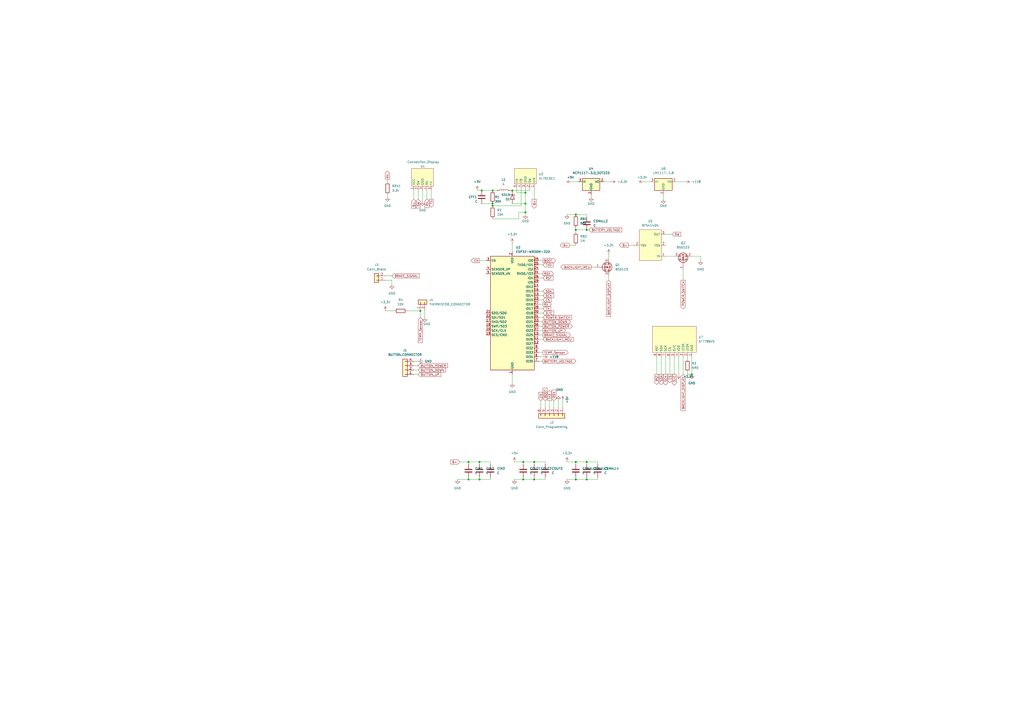
<source format=kicad_sch>
(kicad_sch (version 20230121) (generator eeschema)
  (paper "A2")
  (lib_symbols
    (symbol "Connector_Generic:Conn_01x02" (pin_names (offset 1.016) hide)
      (property "Reference" "J" (at 0 2.54 0))
      (property "Value" "Conn_01x02" (at 0 -5.08 0))
      (symbol "Conn_01x02_1_1"
        (rectangle (start -1.27 -2.413) (end 0 -2.667) (stroke (width 0.1524)))
        (rectangle (start -1.27 0.127) (end 0 -0.127) (stroke (width 0.1524)))
        (rectangle (start -1.27 1.27) (end 1.27 -3.81) (stroke (width 0.254)) (fill (type background)))
        (pin passive line (at -5.08 0 0) (length 3.81) (name "Pin_1") (number "1"))
        (pin passive line (at -5.08 -2.54 0) (length 3.81) (name "Pin_2") (number "2"))
      )
    )
    (symbol "Connector_Generic:Conn_01x04" (pin_names (offset 1.016) hide)
      (property "Reference" "J" (at 0 5.08 0))
      (property "Value" "Conn_01x04" (at 0 -7.62 0))
      (symbol "Conn_01x04_1_1"
        (rectangle (start -1.27 -4.953) (end 0 -5.207) (stroke (width 0.1524)))
        (rectangle (start -1.27 -2.413) (end 0 -2.667) (stroke (width 0.1524)))
        (rectangle (start -1.27 0.127) (end 0 -0.127) (stroke (width 0.1524)))
        (rectangle (start -1.27 2.667) (end 0 2.413) (stroke (width 0.1524)))
        (rectangle (start -1.27 3.81) (end 1.27 -6.35) (stroke (width 0.254)) (fill (type background)))
        (pin passive line (at -5.08 2.54 0) (length 3.81) (name "Pin_1") (number "1"))
        (pin passive line (at -5.08 0 0) (length 3.81) (name "Pin_2") (number "2"))
        (pin passive line (at -5.08 -2.54 0) (length 3.81) (name "Pin_3") (number "3"))
        (pin passive line (at -5.08 -5.08 0) (length 3.81) (name "Pin_4") (number "4"))
      )
    )
    (symbol "Connector_Generic:Conn_01x06" (pin_names (offset 1.016) hide)
      (property "Reference" "J" (at 0 7.62 0))
      (property "Value" "Conn_01x06" (at 0 -10.16 0))
      (symbol "Conn_01x06_1_1"
        (rectangle (start -1.27 -7.493) (end 0 -7.747) (stroke (width 0.1524)))
        (rectangle (start -1.27 -4.953) (end 0 -5.207) (stroke (width 0.1524)))
        (rectangle (start -1.27 -2.413) (end 0 -2.667) (stroke (width 0.1524)))
        (rectangle (start -1.27 0.127) (end 0 -0.127) (stroke (width 0.1524)))
        (rectangle (start -1.27 2.667) (end 0 2.413) (stroke (width 0.1524)))
        (rectangle (start -1.27 5.207) (end 0 4.953) (stroke (width 0.1524)))
        (rectangle (start -1.27 6.35) (end 1.27 -8.89) (stroke (width 0.254)) (fill (type background)))
        (pin passive line (at -5.08 5.08 0) (length 3.81) (name "Pin_1") (number "1"))
        (pin passive line (at -5.08 2.54 0) (length 3.81) (name "Pin_2") (number "2"))
        (pin passive line (at -5.08 0 0) (length 3.81) (name "Pin_3") (number "3"))
        (pin passive line (at -5.08 -2.54 0) (length 3.81) (name "Pin_4") (number "4"))
        (pin passive line (at -5.08 -5.08 0) (length 3.81) (name "Pin_5") (number "5"))
        (pin passive line (at -5.08 -7.62 0) (length 3.81) (name "Pin_6") (number "6"))
      )
    )
    (symbol "Device:C" (pin_numbers hide) (pin_names (offset 0.254))
      (property "Reference" "C" (at 0.635 2.54 0))
      (property "Value" "C" (at 0.635 -2.54 0))
      (symbol "C_0_1"
        (polyline (pts (xy -2.032 -0.762) (xy 2.032 -0.762)) (stroke (width 0.508)))
        (polyline (pts (xy -2.032 0.762) (xy 2.032 0.762)) (stroke (width 0.508)))
      )
      (symbol "C_1_1"
        (pin passive line (at 0 3.81 270) (length 2.794) (name "~") (number "1"))
        (pin passive line (at 0 -3.81 90) (length 2.794) (name "~") (number "2"))
      )
    )
    (symbol "Device:L" (pin_numbers hide) (pin_names (offset 1.016) hide)
      (property "Reference" "L" (at -1.27 0 90))
      (property "Value" "L" (at 1.905 0 90))
      (symbol "L_0_1"
        (arc (start 0 -2.54) (mid 0.6323 -1.905) (end 0 -1.27))
        (arc (start 0 -1.27) (mid 0.6323 -0.635) (end 0 0))
        (arc (start 0 0) (mid 0.6323 0.635) (end 0 1.27))
        (arc (start 0 1.27) (mid 0.6323 1.905) (end 0 2.54))
      )
      (symbol "L_1_1"
        (pin passive line (at 0 3.81 270) (length 1.27) (name "1") (number "1"))
        (pin passive line (at 0 -3.81 90) (length 1.27) (name "2") (number "2"))
      )
    )
    (symbol "Device:R" (pin_numbers hide) (pin_names (offset 0))
      (property "Reference" "R" (at 2.032 0 90))
      (property "Value" "R" (at 0 0 90))
      (symbol "R_0_1"
        (rectangle (start -1.016 -2.54) (end 1.016 2.54) (stroke (width 0.254)))
      )
      (symbol "R_1_1"
        (pin passive line (at 0 3.81 270) (length 1.27) (name "~") (number "1"))
        (pin passive line (at 0 -3.81 90) (length 1.27) (name "~") (number "2"))
      )
    )
    (symbol "Diode:1.5KExxA" (pin_numbers hide) (pin_names (offset 1.016) hide)
      (property "Reference" "D" (at 0 2.54 0))
      (property "Value" "1.5KExxA" (at 0 -2.54 0))
      (symbol "1.5KExxA_0_1"
        (polyline (pts (xy -0.762 1.27) (xy -1.27 1.27) (xy -1.27 -1.27)) (stroke (width 0.254)))
        (polyline (pts (xy 1.27 1.27) (xy 1.27 -1.27) (xy -1.27 0) (xy 1.27 1.27)) (stroke (width 0.254)))
      )
      (symbol "1.5KExxA_1_1"
        (pin passive line (at -3.81 0 0) (length 2.54) (name "A1") (number "1"))
        (pin passive line (at 3.81 0 180) (length 2.54) (name "A2") (number "2"))
      )
    )
    (symbol "KT_Display:BTS4140N"
      (property "Reference" "U" (at 0 2.54 0))
      (property "Value" "BTS4140N" (at 0 1.27 0))
      (symbol "BTS4140N_0_1"
        (rectangle (start 8.89 -5.08) (end -8.89 7.62) (fill (type background)))
      )
      (symbol "BTS4140N_1_1"
        (pin input line (at -6.35 -7.62 90) (length 2.54) (name "IN") (number "1"))
        (pin input line (at 0 -7.62 90) (length 2.54) (name "Vbb") (number "2"))
        (pin input line (at 0 10.16 270) (length 2.54) (name "Vbb") (number "2"))
        (pin output line (at 6.35 -7.62 90) (length 2.54) (name "OUT") (number "3"))
      )
    )
    (symbol "KT_Display:Connection_Display"
      (property "Reference" "U" (at 0 6.35 0))
      (property "Value" "Connection_Display" (at -1.27 8.89 0))
      (symbol "Connection_Display_0_1"
        (rectangle (start -6.35 5.08) (end 6.35 -5.08) (fill (type background)))
      )
      (symbol "Connection_Display_1_1"
        (pin output line (at -5.08 -7.62 90) (length 2.54) (name "VCC") (number "1"))
        (pin input line (at -2.54 -7.62 90) (length 2.54) (name "SW") (number "2"))
        (pin bidirectional line (at 0 -7.62 90) (length 2.54) (name "GND") (number "3"))
        (pin output line (at 2.54 -7.62 90) (length 2.54) (name "RX") (number "4"))
        (pin input line (at 5.08 -7.62 90) (length 2.54) (name "TX") (number "5"))
      )
    )
    (symbol "KT_Display:XL7015E1"
      (property "Reference" "U" (at -3.81 1.27 0))
      (property "Value" "XL7015E1" (at 1.27 3.81 0))
      (symbol "XL7015E1_0_1"
        (rectangle (start -5.08 5.08) (end 7.62 -3.81) (fill (type background)))
      )
      (symbol "XL7015E1_1_1"
        (pin bidirectional line (at 6.35 -6.35 90) (length 2.54) (name "VIN") (number "1"))
        (pin bidirectional line (at 3.81 -6.35 90) (length 2.54) (name "SW") (number "2"))
        (pin bidirectional line (at 1.27 -6.35 90) (length 2.54) (name "GND") (number "3"))
        (pin bidirectional line (at -1.27 -6.35 90) (length 2.54) (name "FB") (number "4"))
        (pin bidirectional line (at -3.81 -6.35 90) (length 2.54) (name "EN") (number "5"))
      )
    )
    (symbol "OSKD:ST7789VS"
      (property "Reference" "U" (at 0 2.54 0))
      (property "Value" "ST7789VS" (at 0 0 0))
      (symbol "ST7789VS_0_1"
        (rectangle (start -12.7 -2.54) (end 12.7 -17.78) (fill (type background)))
      )
      (symbol "ST7789VS_1_1"
        (pin input line (at 10.16 -20.32 90) (length 2.54) (name "GND") (number "1"))
        (pin input line (at 7.62 -20.32 90) (length 2.54) (name "LEDK") (number "2"))
        (pin input line (at 5.08 -20.32 90) (length 2.54) (name "LEDA") (number "3"))
        (pin input line (at 2.54 -20.32 90) (length 2.54) (name "VDD") (number "4"))
        (pin input line (at 0 -20.32 90) (length 2.54) (name "D/C") (number "5"))
        (pin input line (at -2.54 -20.32 90) (length 2.54) (name "CS") (number "6"))
        (pin input line (at -5.08 -20.32 90) (length 2.54) (name "SCK") (number "7"))
        (pin input line (at -7.62 -20.32 90) (length 2.54) (name "SDA") (number "8"))
        (pin input line (at -10.16 -20.32 90) (length 2.54) (name "RST") (number "9"))
      )
    )
    (symbol "RF_Module:ESP32-WROOM-32D"
      (property "Reference" "U" (at -12.7 34.29 0))
      (property "Value" "ESP32-WROOM-32D" (at 1.27 34.29 0))
      (symbol "ESP32-WROOM-32D_0_1"
        (rectangle (start -12.7 33.02) (end 12.7 -33.02) (stroke (width 0.254)) (fill (type background)))
      )
      (symbol "ESP32-WROOM-32D_1_1"
        (pin power_in line (at 0 -35.56 90) (length 2.54) (name "GND") (number "1"))
        (pin bidirectional line (at 15.24 -12.7 180) (length 2.54) (name "IO25") (number "10"))
        (pin bidirectional line (at 15.24 -15.24 180) (length 2.54) (name "IO26") (number "11"))
        (pin bidirectional line (at 15.24 -17.78 180) (length 2.54) (name "IO27") (number "12"))
        (pin bidirectional line (at 15.24 10.16 180) (length 2.54) (name "IO14") (number "13"))
        (pin bidirectional line (at 15.24 15.24 180) (length 2.54) (name "IO12") (number "14"))
        (pin passive line (at 0 -35.56 90) (length 2.54) hide (name "GND") (number "15"))
        (pin bidirectional line (at 15.24 12.7 180) (length 2.54) (name "IO13") (number "16"))
        (pin bidirectional line (at -15.24 -5.08 0) (length 2.54) (name "SHD/SD2") (number "17"))
        (pin bidirectional line (at -15.24 -7.62 0) (length 2.54) (name "SWP/SD3") (number "18"))
        (pin bidirectional line (at -15.24 -12.7 0) (length 2.54) (name "SCS/CMD") (number "19"))
        (pin power_in line (at 0 35.56 270) (length 2.54) (name "VDD") (number "2"))
        (pin bidirectional line (at -15.24 -10.16 0) (length 2.54) (name "SCK/CLK") (number "20"))
        (pin bidirectional line (at -15.24 0 0) (length 2.54) (name "SDO/SD0") (number "21"))
        (pin bidirectional line (at -15.24 -2.54 0) (length 2.54) (name "SDI/SD1") (number "22"))
        (pin bidirectional line (at 15.24 7.62 180) (length 2.54) (name "IO15") (number "23"))
        (pin bidirectional line (at 15.24 25.4 180) (length 2.54) (name "IO2") (number "24"))
        (pin bidirectional line (at 15.24 30.48 180) (length 2.54) (name "IO0") (number "25"))
        (pin bidirectional line (at 15.24 20.32 180) (length 2.54) (name "IO4") (number "26"))
        (pin bidirectional line (at 15.24 5.08 180) (length 2.54) (name "IO16") (number "27"))
        (pin bidirectional line (at 15.24 2.54 180) (length 2.54) (name "IO17") (number "28"))
        (pin bidirectional line (at 15.24 17.78 180) (length 2.54) (name "IO5") (number "29"))
        (pin input line (at -15.24 30.48 0) (length 2.54) (name "EN") (number "3"))
        (pin bidirectional line (at 15.24 0 180) (length 2.54) (name "IO18") (number "30"))
        (pin bidirectional line (at 15.24 -2.54 180) (length 2.54) (name "IO19") (number "31"))
        (pin no_connect line (at -12.7 -27.94 0) (length 2.54) hide (name "NC") (number "32"))
        (pin bidirectional line (at 15.24 -5.08 180) (length 2.54) (name "IO21") (number "33"))
        (pin bidirectional line (at 15.24 22.86 180) (length 2.54) (name "RXD0/IO3") (number "34"))
        (pin bidirectional line (at 15.24 27.94 180) (length 2.54) (name "TXD0/IO1") (number "35"))
        (pin bidirectional line (at 15.24 -7.62 180) (length 2.54) (name "IO22") (number "36"))
        (pin bidirectional line (at 15.24 -10.16 180) (length 2.54) (name "IO23") (number "37"))
        (pin passive line (at 0 -35.56 90) (length 2.54) hide (name "GND") (number "38"))
        (pin passive line (at 0 -35.56 90) (length 2.54) hide (name "GND") (number "39"))
        (pin input line (at -15.24 25.4 0) (length 2.54) (name "SENSOR_VP") (number "4"))
        (pin input line (at -15.24 22.86 0) (length 2.54) (name "SENSOR_VN") (number "5"))
        (pin input line (at 15.24 -25.4 180) (length 2.54) (name "IO34") (number "6"))
        (pin input line (at 15.24 -27.94 180) (length 2.54) (name "IO35") (number "7"))
        (pin bidirectional line (at 15.24 -20.32 180) (length 2.54) (name "IO32") (number "8"))
        (pin bidirectional line (at 15.24 -22.86 180) (length 2.54) (name "IO33") (number "9"))
      )
    )
    (symbol "Regulator_Linear:LM1117-1.8" (pin_names (offset 0.254))
      (property "Reference" "U" (at -3.81 3.175 0))
      (property "Value" "LM1117-1.8" (at 0 3.175 0))
      (symbol "LM1117-1.8_0_1"
        (rectangle (start -5.08 -5.08) (end 5.08 1.905) (stroke (width 0.254)) (fill (type background)))
      )
      (symbol "LM1117-1.8_1_1"
        (pin power_in line (at 0 -7.62 90) (length 2.54) (name "GND") (number "1"))
        (pin power_out line (at 7.62 0 180) (length 2.54) (name "VO") (number "2"))
        (pin power_in line (at -7.62 0 0) (length 2.54) (name "VI") (number "3"))
      )
    )
    (symbol "Regulator_Linear:NCP1117-3.3_SOT223" (pin_names (offset 0.254))
      (property "Reference" "U" (at -3.81 3.175 0))
      (property "Value" "NCP1117-3.3_SOT223" (at 0 3.175 0))
      (symbol "NCP1117-3.3_SOT223_0_1"
        (rectangle (start -5.08 -5.08) (end 5.08 1.905) (stroke (width 0.254)) (fill (type background)))
      )
      (symbol "NCP1117-3.3_SOT223_1_1"
        (pin power_in line (at 0 -7.62 90) (length 2.54) (name "GND") (number "1"))
        (pin power_out line (at 7.62 0 180) (length 2.54) (name "VO") (number "2"))
        (pin power_in line (at -7.62 0 0) (length 2.54) (name "VI") (number "3"))
      )
    )
    (symbol "Transistor_FET:BSS123" (pin_names hide)
      (property "Reference" "Q" (at 5.08 1.905 0))
      (property "Value" "BSS123" (at 5.08 0 0))
      (symbol "BSS123_0_1"
        (polyline (pts (xy 0.254 0) (xy -2.54 0)))
        (polyline (pts (xy 0.254 1.905) (xy 0.254 -1.905)) (stroke (width 0.254)))
        (polyline (pts (xy 0.762 -1.27) (xy 0.762 -2.286)) (stroke (width 0.254)))
        (polyline (pts (xy 0.762 0.508) (xy 0.762 -0.508)) (stroke (width 0.254)))
        (polyline (pts (xy 0.762 2.286) (xy 0.762 1.27)) (stroke (width 0.254)))
        (polyline (pts (xy 2.54 2.54) (xy 2.54 1.778)))
        (polyline (pts (xy 2.54 -2.54) (xy 2.54 0) (xy 0.762 0)))
        (polyline (pts (xy 0.762 -1.778) (xy 3.302 -1.778) (xy 3.302 1.778) (xy 0.762 1.778)))
        (polyline (pts (xy 1.016 0) (xy 2.032 0.381) (xy 2.032 -0.381) (xy 1.016 0)) (fill (type outline)))
        (polyline (pts (xy 2.794 0.508) (xy 2.921 0.381) (xy 3.683 0.381) (xy 3.81 0.254)))
        (polyline (pts (xy 3.302 0.381) (xy 2.921 -0.254) (xy 3.683 -0.254) (xy 3.302 0.381)))
        (circle (center 1.651 0) (radius 2.794) (stroke (width 0.254)))
        (circle (center 2.54 -1.778) (radius 0.254) (fill (type outline)))
        (circle (center 2.54 1.778) (radius 0.254) (fill (type outline)))
      )
      (symbol "BSS123_1_1"
        (pin input line (at -5.08 0 0) (length 2.54) (name "G") (number "1"))
        (pin passive line (at 2.54 -5.08 90) (length 2.54) (name "S") (number "2"))
        (pin passive line (at 2.54 5.08 270) (length 2.54) (name "D") (number "3"))
      )
    )
    (symbol "power:+1V8" (power) (pin_names (offset 0))
      (property "Value" "+1V8" (at 0 3.556 0))
      (symbol "+1V8_0_1"
        (polyline (pts (xy -0.762 1.27) (xy 0 2.54)))
        (polyline (pts (xy 0 0) (xy 0 2.54)))
        (polyline (pts (xy 0 2.54) (xy 0.762 1.27)))
      )
      (symbol "+1V8_1_1"
        (pin power_in line (at 0 0 90) (length 0) hide (name "+1V8") (number "1"))
      )
    )
    (symbol "power:+3.3V" (power) (pin_names (offset 0))
      (property "Value" "+3.3V" (at 0 3.556 0))
      (symbol "+3.3V_0_1"
        (polyline (pts (xy -0.762 1.27) (xy 0 2.54)))
        (polyline (pts (xy 0 0) (xy 0 2.54)))
        (polyline (pts (xy 0 2.54) (xy 0.762 1.27)))
      )
      (symbol "+3.3V_1_1"
        (pin power_in line (at 0 0 90) (length 0) hide (name "+3.3V") (number "1"))
      )
    )
    (symbol "power:+5V" (power) (pin_names (offset 0))
      (property "Value" "+5V" (at 0 3.556 0))
      (symbol "+5V_0_1"
        (polyline (pts (xy -0.762 1.27) (xy 0 2.54)))
        (polyline (pts (xy 0 0) (xy 0 2.54)))
        (polyline (pts (xy 0 2.54) (xy 0.762 1.27)))
      )
      (symbol "+5V_1_1"
        (pin power_in line (at 0 0 90) (length 0) hide (name "+5V") (number "1"))
      )
    )
    (symbol "power:GND" (power) (pin_names (offset 0))
      (property "Value" "GND" (at 0 -3.81 0))
      (symbol "GND_0_1"
        (polyline (pts (xy 0 0) (xy 0 -1.27) (xy 1.27 -1.27) (xy 0 -2.54) (xy -1.27 -1.27) (xy 0 -1.27)))
      )
      (symbol "GND_1_1"
        (pin power_in line (at 0 0 270) (length 0) hide (name "GND") (number "1"))
      )
    )
  )
  (junction (at 297.18 110.49))
  (junction (at 334.01 124.46))
  (junction (at 303.53 267.97))
  (junction (at 334.01 267.97))
  (junction (at 340.36 133.35))
  (junction (at 340.36 278.13))
  (junction (at 309.88 278.13))
  (junction (at 309.88 267.97))
  (junction (at 334.01 278.13))
  (junction (at 340.36 267.97))
  (junction (at 303.53 278.13))
  (junction (at 243.84 180.34))
  (junction (at 304.8 123.19))
  (junction (at 271.78 267.97))
  (junction (at 271.78 278.13))
  (junction (at 285.75 118.11))
  (junction (at 304.8 111.76))
  (junction (at 401.32 217.17))
  (junction (at 334.01 133.35))
  (junction (at 278.13 278.13))
  (junction (at 304.8 118.11))
  (junction (at 285.75 119.38))
  (junction (at 278.13 267.97))
  (junction (at 285.75 110.49))
  (junction (at 279.4 110.49))
  (wire (pts (xy 391.16 207.01) (xy 391.16 217.17)))
  (wire (pts (xy 284.48 267.97) (xy 278.13 267.97)))
  (wire (pts (xy 328.93 278.13) (xy 334.01 278.13)))
  (wire (pts (xy 346.71 267.97) (xy 340.36 267.97)))
  (wire (pts (xy 246.38 180.34) (xy 246.38 184.15)))
  (wire (pts (xy 224.79 104.14) (xy 224.79 105.41)))
  (wire (pts (xy 334.01 132.08) (xy 334.01 133.35)))
  (wire (pts (xy 364.49 142.24) (xy 368.3 142.24)))
  (wire (pts (xy 313.69 232.41) (xy 313.69 236.22)))
  (wire (pts (xy 334.01 278.13) (xy 334.01 276.86)))
  (wire (pts (xy 285.75 127) (xy 300.99 127)))
  (wire (pts (xy 316.23 232.41) (xy 316.23 236.22)))
  (wire (pts (xy 242.57 110.49) (xy 242.57 115.57)))
  (wire (pts (xy 334.01 267.97) (xy 334.01 269.24)))
  (wire (pts (xy 340.36 267.97) (xy 334.01 267.97)))
  (wire (pts (xy 353.06 147.32) (xy 353.06 149.86)))
  (wire (pts (xy 396.24 207.01) (xy 396.24 217.17)))
  (wire (pts (xy 312.42 176.53) (xy 314.96 176.53)))
  (wire (pts (xy 312.42 191.77) (xy 314.96 191.77)))
  (wire (pts (xy 271.78 278.13) (xy 271.78 276.86)))
  (wire (pts (xy 383.54 207.01) (xy 383.54 217.17)))
  (wire (pts (xy 398.78 215.9) (xy 398.78 217.17)))
  (wire (pts (xy 346.71 269.24) (xy 346.71 267.97)))
  (wire (pts (xy 279.4 110.49) (xy 285.75 110.49)))
  (wire (pts (xy 243.84 180.34) (xy 243.84 184.15)))
  (wire (pts (xy 285.75 118.11) (xy 285.75 119.38)))
  (wire (pts (xy 334.01 133.35) (xy 340.36 133.35)))
  (wire (pts (xy 316.23 278.13) (xy 309.88 278.13)))
  (wire (pts (xy 316.23 276.86) (xy 316.23 278.13)))
  (wire (pts (xy 284.48 269.24) (xy 284.48 267.97)))
  (wire (pts (xy 309.88 267.97) (xy 303.53 267.97)))
  (wire (pts (xy 304.8 124.46) (xy 304.8 123.19)))
  (wire (pts (xy 323.85 232.41) (xy 323.85 236.22)))
  (wire (pts (xy 279.4 118.11) (xy 285.75 118.11)))
  (wire (pts (xy 299.72 109.22) (xy 299.72 111.76)))
  (wire (pts (xy 297.18 110.49) (xy 307.34 110.49)))
  (wire (pts (xy 304.8 118.11) (xy 304.8 111.76)))
  (wire (pts (xy 278.13 267.97) (xy 271.78 267.97)))
  (wire (pts (xy 396.24 156.21) (xy 396.24 162.56)))
  (wire (pts (xy 388.62 207.01) (xy 388.62 217.17)))
  (wire (pts (xy 299.72 111.76) (xy 304.8 111.76)))
  (wire (pts (xy 381 207.01) (xy 381 217.17)))
  (wire (pts (xy 312.42 161.29) (xy 314.96 161.29)))
  (wire (pts (xy 240.03 110.49) (xy 240.03 115.57)))
  (wire (pts (xy 285.75 110.49) (xy 288.29 110.49)))
  (wire (pts (xy 393.7 207.01) (xy 393.7 217.17)))
  (wire (pts (xy 284.48 276.86) (xy 284.48 278.13)))
  (wire (pts (xy 303.53 267.97) (xy 303.53 269.24)))
  (wire (pts (xy 278.13 151.13) (xy 281.94 151.13)))
  (wire (pts (xy 312.42 181.61) (xy 314.96 181.61)))
  (wire (pts (xy 304.8 123.19) (xy 304.8 118.11)))
  (wire (pts (xy 398.78 217.17) (xy 401.32 217.17)))
  (wire (pts (xy 240.03 217.17) (xy 242.57 217.17)))
  (wire (pts (xy 312.42 151.13) (xy 314.96 151.13)))
  (wire (pts (xy 350.52 105.41) (xy 354.33 105.41)))
  (wire (pts (xy 330.2 142.24) (xy 334.01 142.24)))
  (wire (pts (xy 285.75 119.38) (xy 302.26 119.38)))
  (wire (pts (xy 309.88 276.86) (xy 309.88 278.13)))
  (wire (pts (xy 240.03 214.63) (xy 242.57 214.63)))
  (wire (pts (xy 298.45 278.13) (xy 303.53 278.13)))
  (wire (pts (xy 304.8 109.22) (xy 304.8 111.76)))
  (wire (pts (xy 392.43 105.41) (xy 397.51 105.41)))
  (wire (pts (xy 247.65 110.49) (xy 247.65 115.57)))
  (wire (pts (xy 406.4 148.59) (xy 406.4 151.13)))
  (wire (pts (xy 353.06 160.02) (xy 353.06 162.56)))
  (wire (pts (xy 316.23 269.24) (xy 316.23 267.97)))
  (wire (pts (xy 326.39 232.41) (xy 326.39 236.22)))
  (wire (pts (xy 318.77 232.41) (xy 318.77 236.22)))
  (wire (pts (xy 340.36 133.35) (xy 341.63 133.35)))
  (wire (pts (xy 303.53 267.97) (xy 298.45 267.97)))
  (wire (pts (xy 223.52 180.34) (xy 228.6 180.34)))
  (wire (pts (xy 312.42 171.45) (xy 314.96 171.45)))
  (wire (pts (xy 328.93 124.46) (xy 334.01 124.46)))
  (wire (pts (xy 340.36 267.97) (xy 340.36 269.24)))
  (wire (pts (xy 312.42 184.15) (xy 314.96 184.15)))
  (wire (pts (xy 321.31 232.41) (xy 321.31 236.22)))
  (wire (pts (xy 309.88 109.22) (xy 309.88 115.57)))
  (wire (pts (xy 278.13 278.13) (xy 271.78 278.13)))
  (wire (pts (xy 342.9 113.03) (xy 342.9 114.3)))
  (wire (pts (xy 346.71 276.86) (xy 346.71 278.13)))
  (wire (pts (xy 223.52 162.56) (xy 227.33 162.56)))
  (wire (pts (xy 340.36 278.13) (xy 334.01 278.13)))
  (wire (pts (xy 297.18 217.17) (xy 297.18 222.25)))
  (wire (pts (xy 312.42 158.75) (xy 314.96 158.75)))
  (wire (pts (xy 302.26 119.38) (xy 302.26 109.22)))
  (wire (pts (xy 303.53 278.13) (xy 303.53 276.86)))
  (wire (pts (xy 227.33 162.56) (xy 227.33 165.1)))
  (wire (pts (xy 340.36 276.86) (xy 340.36 278.13)))
  (wire (pts (xy 300.99 123.19) (xy 304.8 123.19)))
  (wire (pts (xy 312.42 168.91) (xy 314.96 168.91)))
  (wire (pts (xy 278.13 276.86) (xy 278.13 278.13)))
  (wire (pts (xy 384.81 113.03) (xy 384.81 115.57)))
  (wire (pts (xy 331.47 105.41) (xy 335.28 105.41)))
  (wire (pts (xy 284.48 278.13) (xy 278.13 278.13)))
  (wire (pts (xy 312.42 204.47) (xy 314.96 204.47)))
  (wire (pts (xy 328.93 267.97) (xy 334.01 267.97)))
  (wire (pts (xy 297.18 118.11) (xy 304.8 118.11)))
  (wire (pts (xy 307.34 110.49) (xy 307.34 109.22)))
  (wire (pts (xy 386.08 207.01) (xy 386.08 217.17)))
  (wire (pts (xy 297.18 140.97) (xy 297.18 146.05)))
  (wire (pts (xy 295.91 110.49) (xy 297.18 110.49)))
  (wire (pts (xy 401.32 207.01) (xy 401.32 217.17)))
  (wire (pts (xy 312.42 207.01) (xy 314.96 207.01)))
  (wire (pts (xy 386.08 148.59) (xy 391.16 148.59)))
  (wire (pts (xy 373.38 105.41) (xy 377.19 105.41)))
  (wire (pts (xy 265.43 278.13) (xy 271.78 278.13)))
  (wire (pts (xy 312.42 209.55) (xy 314.96 209.55)))
  (wire (pts (xy 236.22 180.34) (xy 243.84 180.34)))
  (wire (pts (xy 223.52 160.02) (xy 227.33 160.02)))
  (wire (pts (xy 386.08 135.89) (xy 389.89 135.89)))
  (wire (pts (xy 312.42 196.85) (xy 314.96 196.85)))
  (wire (pts (xy 278.13 267.97) (xy 278.13 269.24)))
  (wire (pts (xy 340.36 125.73) (xy 340.36 124.46)))
  (wire (pts (xy 316.23 267.97) (xy 309.88 267.97)))
  (wire (pts (xy 240.03 212.09) (xy 242.57 212.09)))
  (wire (pts (xy 266.7 267.97) (xy 271.78 267.97)))
  (wire (pts (xy 250.19 110.49) (xy 250.19 115.57)))
  (wire (pts (xy 240.03 209.55) (xy 242.57 209.55)))
  (wire (pts (xy 340.36 124.46) (xy 334.01 124.46)))
  (wire (pts (xy 342.9 154.94) (xy 345.44 154.94)))
  (wire (pts (xy 312.42 194.31) (xy 314.96 194.31)))
  (wire (pts (xy 312.42 186.69) (xy 314.96 186.69)))
  (wire (pts (xy 398.78 207.01) (xy 398.78 208.28)))
  (wire (pts (xy 312.42 179.07) (xy 314.96 179.07)))
  (wire (pts (xy 300.99 127) (xy 300.99 123.19)))
  (wire (pts (xy 401.32 148.59) (xy 406.4 148.59)))
  (wire (pts (xy 309.88 267.97) (xy 309.88 269.24)))
  (wire (pts (xy 245.11 110.49) (xy 245.11 116.84)))
  (wire (pts (xy 346.71 278.13) (xy 340.36 278.13)))
  (wire (pts (xy 334.01 133.35) (xy 334.01 134.62)))
  (wire (pts (xy 312.42 173.99) (xy 314.96 173.99)))
  (wire (pts (xy 276.86 110.49) (xy 279.4 110.49)))
  (wire (pts (xy 224.79 114.3) (xy 224.79 113.03)))
  (wire (pts (xy 309.88 278.13) (xy 303.53 278.13)))
  (wire (pts (xy 271.78 267.97) (xy 271.78 269.24)))
  (wire (pts (xy 312.42 153.67) (xy 314.96 153.67)))
  (wire (pts (xy 312.42 189.23) (xy 314.96 189.23)))
  (global_label "TXD" (shape input) (at 314.96 153.67 0) (property "Intersheetrefs" "${INTERSHEET_REFS}" (effects hide)))
  (global_label "CS" (shape input) (at 314.96 173.99 0) (property "Intersheetrefs" "${INTERSHEET_REFS}" (effects hide)))
  (global_label "SCK" (shape input) (at 314.96 171.45 0) (property "Intersheetrefs" "${INTERSHEET_REFS}" (effects hide)))
  (global_label "BOOT" (shape input) (at 316.23 232.41 90) (property "Intersheetrefs" "${INTERSHEET_REFS}" (effects hide)))
  (global_label "RDX" (shape output) (at 314.96 158.75 0) (property "Intersheetrefs" "${INTERSHEET_REFS}" (effects hide)))
  (global_label "B+" (shape output) (at 330.2 142.24 180) (property "Intersheetrefs" "${INTERSHEET_REFS}" (effects hide)))
  (global_label "BUTTON_UP" (shape output) (at 314.96 191.77 0) (property "Intersheetrefs" "${INTERSHEET_REFS}" (effects hide)))
  (global_label "RST" (shape input) (at 314.96 161.29 0) (property "Intersheetrefs" "${INTERSHEET_REFS}" (effects hide)))
  (global_label "BATTERY_VOLTAGE" (shape output) (at 314.96 209.55 0) (property "Intersheetrefs" "${INTERSHEET_REFS}" (effects hide)))
  (global_label "BUTTON_POWER" (shape output) (at 314.96 189.23 0) (property "Intersheetrefs" "${INTERSHEET_REFS}" (effects hide)))
  (global_label "SW" (shape input) (at 389.89 135.89 0) (property "Intersheetrefs" "${INTERSHEET_REFS}" (effects hide)))
  (global_label "TX" (shape input) (at 314.96 179.07 0) (property "Intersheetrefs" "${INTERSHEET_REFS}" (effects hide)))
  (global_label "BACKLIGHT_DISPLAY" (shape input) (at 396.24 217.17 270) (property "Intersheetrefs" "${INTERSHEET_REFS}" (effects hide)))
  (global_label "B+" (shape input) (at 240.03 115.57 270) (property "Intersheetrefs" "${INTERSHEET_REFS}" (effects hide)))
  (global_label "TEMP_Sensor" (shape input) (at 243.84 184.15 270) (property "Intersheetrefs" "${INTERSHEET_REFS}" (effects hide)))
  (global_label "POWER_SWITCH" (shape input) (at 314.96 184.15 0) (property "Intersheetrefs" "${INTERSHEET_REFS}" (effects hide)))
  (global_label "BATTERY_VOLTAGE" (shape input) (at 341.63 133.35 0) (property "Intersheetrefs" "${INTERSHEET_REFS}" (effects hide)))
  (global_label "B+" (shape output) (at 309.88 115.57 270) (property "Intersheetrefs" "${INTERSHEET_REFS}" (effects hide)))
  (global_label "BACKLIGHT_MCU" (shape output) (at 342.9 154.94 180) (property "Intersheetrefs" "${INTERSHEET_REFS}" (effects hide)))
  (global_label "TXD" (shape output) (at 318.77 232.41 90) (property "Intersheetrefs" "${INTERSHEET_REFS}" (effects hide)))
  (global_label "BOOT" (shape output) (at 314.96 151.13 0) (property "Intersheetrefs" "${INTERSHEET_REFS}" (effects hide)))
  (global_label "RST" (shape output) (at 381 217.17 270) (property "Intersheetrefs" "${INTERSHEET_REFS}" (effects hide)))
  (global_label "BRAKE_SIGNAL" (shape output) (at 314.96 194.31 0) (property "Intersheetrefs" "${INTERSHEET_REFS}" (effects hide)))
  (global_label "D{slash}C" (shape output) (at 391.16 217.17 270) (property "Intersheetrefs" "${INTERSHEET_REFS}" (effects hide)))
  (global_label "BUTTON_POWER" (shape input) (at 242.57 212.09 0) (property "Intersheetrefs" "${INTERSHEET_REFS}" (effects hide)))
  (global_label "RX" (shape output) (at 224.79 104.14 90) (property "Intersheetrefs" "${INTERSHEET_REFS}" (effects hide)))
  (global_label "TEMP_Sensor" (shape output) (at 314.96 204.47 0) (property "Intersheetrefs" "${INTERSHEET_REFS}" (effects hide)))
  (global_label "BUTTON_DOWN" (shape output) (at 314.96 186.69 0) (property "Intersheetrefs" "${INTERSHEET_REFS}" (effects hide)))
  (global_label "BRAKE_SIGNAL" (shape input) (at 227.33 160.02 0) (property "Intersheetrefs" "${INTERSHEET_REFS}" (effects hide)))
  (global_label "D{slash}C" (shape input) (at 314.96 181.61 0) (property "Intersheetrefs" "${INTERSHEET_REFS}" (effects hide)))
  (global_label "SDA" (shape output) (at 383.54 217.17 270) (property "Intersheetrefs" "${INTERSHEET_REFS}" (effects hide)))
  (global_label "SCK" (shape output) (at 386.08 217.17 270) (property "Intersheetrefs" "${INTERSHEET_REFS}" (effects hide)))
  (global_label "POWER_SWITCH" (shape output) (at 396.24 162.56 270) (property "Intersheetrefs" "${INTERSHEET_REFS}" (effects hide)))
  (global_label "BACKLIGHT_DISPLAY" (shape input) (at 353.06 162.56 270) (property "Intersheetrefs" "${INTERSHEET_REFS}" (effects hide)))
  (global_label "BUTTON_DOWN" (shape input) (at 242.57 214.63 0) (property "Intersheetrefs" "${INTERSHEET_REFS}" (effects hide)))
  (global_label "B+" (shape input) (at 266.7 267.97 180) (property "Intersheetrefs" "${INTERSHEET_REFS}" (effects hide)))
  (global_label "SDA" (shape input) (at 314.96 168.91 0) (property "Intersheetrefs" "${INTERSHEET_REFS}" (effects hide)))
  (global_label "B+" (shape output) (at 364.49 142.24 180) (property "Intersheetrefs" "${INTERSHEET_REFS}" (effects hide)))
  (global_label "EN" (shape input) (at 313.69 232.41 90) (property "Intersheetrefs" "${INTERSHEET_REFS}" (effects hide)))
  (global_label "TX" (shape output) (at 250.19 115.57 270) (property "Intersheetrefs" "${INTERSHEET_REFS}" (effects hide)))
  (global_label "RX" (shape input) (at 247.65 115.57 270) (property "Intersheetrefs" "${INTERSHEET_REFS}" (effects hide)))
  (global_label "BACKLIGHT_MCU" (shape input) (at 314.96 196.85 0) (property "Intersheetrefs" "${INTERSHEET_REFS}" (effects hide)))
  (global_label "CS" (shape output) (at 388.62 217.17 270) (property "Intersheetrefs" "${INTERSHEET_REFS}" (effects hide)))
  (global_label "SW" (shape input) (at 242.57 115.57 270) (property "Intersheetrefs" "${INTERSHEET_REFS}" (effects hide)))
  (global_label "EN" (shape output) (at 278.13 151.13 180) (property "Intersheetrefs" "${INTERSHEET_REFS}" (effects hide)))
  (global_label "RDX" (shape input) (at 321.31 232.41 90) (property "Intersheetrefs" "${INTERSHEET_REFS}" (effects hide)))
  (global_label "RX" (shape output) (at 314.96 176.53 0) (property "Intersheetrefs" "${INTERSHEET_REFS}" (effects hide)))
  (global_label "BUTTON_UP" (shape input) (at 242.57 217.17 0) (property "Intersheetrefs" "${INTERSHEET_REFS}" (effects hide)))
  (symbol (lib_id "power:GND") (at 242.57 209.55 90) (unit 1)
    (property "Reference" "#PWR02" (effects hide))
    (property "Value" "GND" (at 246.38 209.5499 90) (effects (justify right)))
  )
  (symbol (lib_id "power:+3.3V") (at 393.7 217.17 180) (unit 1)
    (property "Reference" "#PWR023" (effects hide))
    (property "Value" "+3.3V" (at 396.24 218.4399 0) (effects (justify right)))
  )
  (symbol (lib_id "power:GND") (at 328.93 124.46 0) (unit 1)
    (property "Reference" "#PWR014" (effects hide))
    (property "Value" "GND" (at 328.93 129.54 0))
  )
  (symbol (lib_id "power:GND") (at 384.81 115.57 0) (unit 1)
    (property "Reference" "#PWR022" (effects hide))
    (property "Value" "GND" (at 384.81 119.38 0))
  )
  (symbol (lib_id "Device:C") (at 309.88 273.05 0) (unit 1)
    (property "Reference" "COUT2" (at 313.69 271.7799 0) (effects (justify left)))
    (property "Value" "C" (at 313.69 274.3199 0) (effects (justify left)))
    (property "Footprint" "Capacitor_SMD:C_1210_3225Metric_Pad1.33x2.70mm_HandSolder" (effects hide))
  )
  (symbol (lib_id "Device:C") (at 284.48 273.05 0) (unit 1)
    (property "Reference" "CIN3" (at 288.29 271.7799 0) (effects (justify left)))
    (property "Value" "C" (at 288.29 274.3199 0) (effects (justify left)))
    (property "Footprint" "Capacitor_SMD:C_1210_3225Metric_Pad1.33x2.70mm_HandSolder" (effects hide))
  )
  (symbol (lib_id "Device:R") (at 224.79 109.22 0) (unit 1)
    (property "Reference" "RRX1" (at 227.33 107.9499 0) (effects (justify left)))
    (property "Value" "3.3k" (at 227.33 110.4899 0) (effects (justify left)))
    (property "Footprint" "Resistor_SMD:R_1206_3216Metric_Pad1.30x1.75mm_HandSolder" (effects hide))
  )
  (symbol (lib_id "Connector_Generic:Conn_01x02") (at 218.44 162.56 180) (unit 1)
    (property "Reference" "J3" (at 218.44 153.67 0))
    (property "Value" "Conn_Brake" (at 218.44 156.21 0))
    (property "Footprint" "Connector_Wire:SolderWire-0.25sqmm_1x02_P4.5mm_D0.65mm_OD2mm" (effects hide))
  )
  (symbol (lib_id "power:+3.3V") (at 354.33 105.41 270) (unit 1)
    (property "Reference" "#PWR020" (effects hide))
    (property "Value" "+3.3V" (at 358.14 105.4099 90) (effects (justify left)))
  )
  (symbol (lib_id "Device:C") (at 271.78 273.05 0) (unit 1)
    (property "Reference" "CIN1" (at 275.59 271.7799 0) (effects (justify left)))
    (property "Value" "C" (at 275.59 274.3199 0) (effects (justify left)))
    (property "Footprint" "Capacitor_SMD:C_1210_3225Metric_Pad1.33x2.70mm_HandSolder" (effects hide))
  )
  (symbol (lib_id "power:GND") (at 328.93 278.13 0) (unit 1)
    (property "Reference" "#PWR016" (effects hide))
    (property "Value" "GND" (at 328.93 283.21 0))
  )
  (symbol (lib_id "power:GND") (at 265.43 278.13 0) (unit 1)
    (property "Reference" "#PWR04" (effects hide))
    (property "Value" "GND" (at 265.43 283.21 0))
  )
  (symbol (lib_id "Device:C") (at 340.36 273.05 0) (unit 1)
    (property "Reference" "CSMALL3" (at 344.17 271.7799 0) (effects (justify left)))
    (property "Value" "C" (at 344.17 274.3199 0) (effects (justify left)))
    (property "Footprint" "Capacitor_SMD:C_1206_3216Metric" (effects hide))
  )
  (symbol (lib_id "Device:C") (at 334.01 273.05 0) (unit 1)
    (property "Reference" "CSMALL1" (at 337.82 271.7799 0) (effects (justify left)))
    (property "Value" "C" (at 337.82 274.3199 0) (effects (justify left)))
    (property "Footprint" "Capacitor_SMD:C_1206_3216Metric" (effects hide))
  )
  (symbol (lib_id "power:+3.3V") (at 353.06 147.32 0) (unit 1)
    (property "Reference" "#PWR019" (effects hide))
    (property "Value" "+3.3V" (at 353.06 142.24 0))
  )
  (symbol (lib_id "power:GND") (at 297.18 222.25 0) (unit 1)
    (property "Reference" "#PWR07" (effects hide))
    (property "Value" "GND" (at 297.18 227.33 0))
  )
  (symbol (lib_id "power:GND") (at 224.79 114.3 0) (unit 1)
    (property "Reference" "#PWR01" (effects hide))
    (property "Value" "GND" (at 224.79 119.38 0))
  )
  (symbol (lib_id "KT_Display:BTS4140N") (at 378.46 142.24 90) (unit 1)
    (property "Reference" "U5" (at 377.19 128.27 90))
    (property "Value" "BTS4140N" (at 377.19 130.81 90))
    (property "Footprint" "Package_TO_SOT_SMD:SOT-223-3_TabPin2" (effects hide))
  )
  (symbol (lib_id "power:GND") (at 227.33 165.1 0) (unit 1)
    (property "Reference" "#PWR027" (effects hide))
    (property "Value" "GND" (at 227.33 170.18 0))
  )
  (symbol (lib_id "Transistor_FET:BSS123") (at 396.24 151.13 90) (unit 1)
    (property "Reference" "Q2" (at 396.24 140.97 90))
    (property "Value" "BSS123" (at 396.24 143.51 90))
    (property "Footprint" "Package_TO_SOT_SMD:SOT-23" (effects hide))
    (property "Datasheet" "http://www.diodes.com/assets/Datasheets/ds30366.pdf" (effects hide))
  )
  (symbol (lib_id "Regulator_Linear:NCP1117-3.3_SOT223") (at 342.9 105.41 0) (unit 1)
    (property "Reference" "U4" (at 342.9 97.79 0))
    (property "Value" "NCP1117-3.3_SOT223" (at 342.9 100.33 0))
    (property "Footprint" "Package_TO_SOT_SMD:SOT-223-3_TabPin2" (effects hide))
    (property "Datasheet" "http://www.onsemi.com/pub_link/Collateral/NCP1117-D.PDF" (effects hide))
  )
  (symbol (lib_id "power:+1V8") (at 314.96 207.01 270) (unit 1)
    (property "Reference" "#PWR011" (effects hide))
    (property "Value" "+1V8" (at 318.77 207.0099 90) (effects (justify left)))
  )
  (symbol (lib_id "power:GND") (at 406.4 151.13 0) (unit 1)
    (property "Reference" "#PWR026" (effects hide))
    (property "Value" "GND" (at 406.4 156.21 0))
  )
  (symbol (lib_id "Connector_Generic:Conn_01x04") (at 234.95 214.63 180) (unit 1)
    (property "Reference" "J1" (at 234.95 203.2 0))
    (property "Value" "BUTTON_CONNECTOR" (at 234.95 205.74 0))
    (property "Footprint" "KT_Display:SolderWire-1x4-buttons" (effects hide))
  )
  (symbol (lib_id "power:+5V") (at 326.39 232.41 0) (unit 1)
    (property "Reference" "#PWR013" (effects hide))
    (property "Value" "+5V" (at 328.93 229.87 90) (effects (justify right)))
  )
  (symbol (lib_id "power:GND") (at 246.38 184.15 0) (unit 1)
    (property "Reference" "#PWR028" (effects hide))
    (property "Value" "GND" (at 247.65 187.96 0))
  )
  (symbol (lib_id "power:GND") (at 323.85 232.41 180) (unit 1)
    (property "Reference" "#PWR012" (effects hide))
    (property "Value" "GND" (at 322.58 226.06 0) (effects (justify right)))
  )
  (symbol (lib_id "Transistor_FET:BSS123") (at 350.52 154.94 0) (unit 1)
    (property "Reference" "Q1" (at 356.87 153.6699 0) (effects (justify left)))
    (property "Value" "BSS123" (at 356.87 156.2099 0) (effects (justify left)))
    (property "Footprint" "Package_TO_SOT_SMD:SOT-23" (effects hide))
    (property "Datasheet" "http://www.diodes.com/assets/Datasheets/ds30366.pdf" (effects hide))
  )
  (symbol (lib_id "Regulator_Linear:LM1117-1.8") (at 384.81 105.41 0) (unit 1)
    (property "Reference" "U6" (at 384.81 97.79 0))
    (property "Value" "LM1117-1.8" (at 384.81 100.33 0))
    (property "Footprint" "Package_TO_SOT_SMD:SOT-223-3_TabPin2" (effects hide))
    (property "Datasheet" "http://www.ti.com/lit/ds/symlink/lm1117.pdf" (effects hide))
  )
  (symbol (lib_id "power:GND") (at 298.45 278.13 0) (unit 1)
    (property "Reference" "#PWR09" (effects hide))
    (property "Value" "GND" (at 298.45 283.21 0))
  )
  (symbol (lib_id "KT_Display:Connection_Display") (at 245.11 102.87 0) (unit 1)
    (property "Reference" "U1" (at 243.84 96.52 0) (effects (justify left)))
    (property "Value" "Connection_Display" (at 236.22 93.98 0) (effects (justify left)))
    (property "Footprint" "KT_Display:SolderWire-1x5-display" (effects hide))
  )
  (symbol (lib_id "Device:R") (at 285.75 123.19 0) (unit 1)
    (property "Reference" "R2" (at 288.29 121.9199 0) (effects (justify left)))
    (property "Value" "10K" (at 288.29 124.4599 0) (effects (justify left)))
    (property "Footprint" "Resistor_SMD:R_1206_3216Metric_Pad1.30x1.75mm_HandSolder" (effects hide))
  )
  (symbol (lib_id "power:+1V8") (at 397.51 105.41 270) (unit 1)
    (property "Reference" "#PWR024" (effects hide))
    (property "Value" "+1V8" (at 401.32 105.4099 90) (effects (justify left)))
  )
  (symbol (lib_id "power:+5V") (at 298.45 267.97 0) (unit 1)
    (property "Reference" "#PWR08" (effects hide))
    (property "Value" "+5V" (at 298.45 262.89 0))
  )
  (symbol (lib_id "power:+3.3V") (at 297.18 140.97 0) (unit 1)
    (property "Reference" "#PWR06" (effects hide))
    (property "Value" "+3.3V" (at 297.18 135.89 0))
  )
  (symbol (lib_id "Device:R") (at 334.01 138.43 0) (unit 1)
    (property "Reference" "RB2" (at 336.55 137.1599 0) (effects (justify left)))
    (property "Value" "1M" (at 336.55 139.6999 0) (effects (justify left)))
    (property "Footprint" "Resistor_SMD:R_1206_3216Metric_Pad1.30x1.75mm_HandSolder" (effects hide))
  )
  (symbol (lib_id "RF_Module:ESP32-WROOM-32D") (at 297.18 181.61 0) (unit 1)
    (property "Reference" "U2" (at 299.1994 143.51 0) (effects (justify left)))
    (property "Value" "ESP32-WROOM-32D" (at 299.1994 146.05 0) (effects (justify left)))
    (property "Footprint" "RF_Module:ESP32-WROOM-32" (effects hide))
    (property "Datasheet" "https://www.espressif.com/sites/default/files/documentation/esp32-wroom-32d_esp32-wroom-32u_datasheet_en.pdf" (effects hide))
  )
  (symbol (lib_id "KT_Display:XL7015E1") (at 303.53 102.87 0) (unit 1)
    (property "Reference" "U3" (at 312.42 100.9649 0) (effects (justify left)))
    (property "Value" "XL7015E1" (at 312.42 103.5049 0) (effects (justify left)))
    (property "Footprint" "Package_TO_SOT_SMD:TO-252-5_TabPin3" (effects hide))
  )
  (symbol (lib_id "Device:C") (at 316.23 273.05 0) (unit 1)
    (property "Reference" "COUT3" (at 320.04 271.7799 0) (effects (justify left)))
    (property "Value" "C" (at 320.04 274.3199 0) (effects (justify left)))
    (property "Footprint" "Capacitor_SMD:C_1210_3225Metric_Pad1.33x2.70mm_HandSolder" (effects hide))
  )
  (symbol (lib_id "power:+3.3V") (at 223.52 180.34 0) (unit 1)
    (property "Reference" "#PWR0101" (effects hide))
    (property "Value" "+3.3V" (at 223.52 175.26 0))
  )
  (symbol (lib_id "power:GND") (at 304.8 124.46 0) (unit 1)
    (property "Reference" "#PWR010" (effects hide))
    (property "Value" "GND" (at 304.8 128.27 0))
  )
  (symbol (lib_id "Device:R") (at 398.78 212.09 0) (unit 1)
    (property "Reference" "R3" (at 401.32 210.8199 0) (effects (justify left)))
    (property "Value" "5R0" (at 401.32 213.3599 0) (effects (justify left)))
    (property "Footprint" "Resistor_SMD:R_1206_3216Metric_Pad1.30x1.75mm_HandSolder" (effects hide))
  )
  (symbol (lib_id "OSKD:ST7789VS") (at 391.16 186.69 0) (unit 1)
    (property "Reference" "U7" (at 405.13 195.5799 0) (effects (justify left)))
    (property "Value" "ST7789VS" (at 405.13 198.1199 0) (effects (justify left)))
    (property "Footprint" "OSKD:ST7789V2" (effects hide))
  )
  (symbol (lib_id "power:GND") (at 245.11 116.84 0) (unit 1)
    (property "Reference" "#PWR03" (effects hide))
    (property "Value" "GND" (at 245.11 121.92 0))
  )
  (symbol (lib_id "Connector_Generic:Conn_01x06") (at 321.31 241.3 270) (unit 1)
    (property "Reference" "J2" (at 320.04 245.11 90))
    (property "Value" "Conn_Programming" (at 320.04 247.65 90))
    (property "Footprint" "Connector_PinHeader_2.54mm:PinHeader_1x06_P2.54mm_Horizontal" (effects hide))
  )
  (symbol (lib_id "Connector_Generic:Conn_01x02") (at 243.84 175.26 90) (unit 1)
    (property "Reference" "J4" (at 248.92 173.9899 90) (effects (justify right)))
    (property "Value" "THERMISTOR_CONNECTOR" (at 248.92 176.5299 90) (effects (justify right)))
    (property "Footprint" "Connector_Wire:SolderWire-0.25sqmm_1x02_P4.2mm_D0.65mm_OD1.7mm" (effects hide))
  )
  (symbol (lib_id "Device:L") (at 292.1 110.49 90) (unit 1)
    (property "Reference" "L1" (at 292.1 104.14 90))
    (property "Value" "L" (at 292.1 106.68 90))
    (property "Footprint" "Inductor_SMD:L_7.3x7.3_H3.5" (effects hide))
  )
  (symbol (lib_id "Device:C") (at 279.4 114.3 180) (unit 1)
    (property "Reference" "CFF1" (at 271.78 114.3 0) (effects (justify right)))
    (property "Value" "C" (at 275.59 116.84 0) (effects (justify right)))
    (property "Footprint" "Capacitor_SMD:C_1206_3216Metric_Pad1.33x1.80mm_HandSolder" (effects hide))
  )
  (symbol (lib_id "power:+3.3V") (at 373.38 105.41 90) (unit 1)
    (property "Reference" "#PWR021" (effects hide))
    (property "Value" "+3.3V" (at 369.57 102.87 90) (effects (justify right)))
  )
  (symbol (lib_id "Device:C") (at 303.53 273.05 0) (unit 1)
    (property "Reference" "COUT1" (at 307.34 271.7799 0) (effects (justify left)))
    (property "Value" "C" (at 307.34 274.3199 0) (effects (justify left)))
    (property "Footprint" "Capacitor_SMD:C_1210_3225Metric_Pad1.33x2.70mm_HandSolder" (effects hide))
  )
  (symbol (lib_id "Device:C") (at 340.36 129.54 0) (unit 1)
    (property "Reference" "CSMALL2" (at 344.17 128.2699 0) (effects (justify left)))
    (property "Value" "C" (at 344.17 130.8099 0) (effects (justify left)))
    (property "Footprint" "Capacitor_SMD:C_1206_3216Metric" (effects hide))
  )
  (symbol (lib_id "Device:C") (at 278.13 273.05 0) (unit 1)
    (property "Reference" "CIN2" (at 281.94 271.7799 0) (effects (justify left)))
    (property "Value" "C" (at 281.94 274.3199 0) (effects (justify left)))
    (property "Footprint" "Capacitor_SMD:C_1210_3225Metric_Pad1.33x2.70mm_HandSolder" (effects hide))
  )
  (symbol (lib_id "Device:R") (at 285.75 114.3 0) (unit 1)
    (property "Reference" "R1" (at 287.02 114.3 0) (effects (justify left)))
    (property "Value" "30K" (at 287.02 116.84 0) (effects (justify left)))
    (property "Footprint" "Resistor_SMD:R_1206_3216Metric_Pad1.30x1.75mm_HandSolder" (effects hide))
  )
  (symbol (lib_id "power:+5V") (at 331.47 105.41 90) (unit 1)
    (property "Reference" "#PWR017" (effects hide))
    (property "Value" "+5V" (at 328.93 102.87 90) (effects (justify right)))
  )
  (symbol (lib_id "Device:R") (at 232.41 180.34 90) (unit 1)
    (property "Reference" "R4" (at 232.41 173.99 90))
    (property "Value" "10K" (at 232.41 176.53 90))
    (property "Footprint" "Resistor_SMD:R_1206_3216Metric_Pad1.30x1.75mm_HandSolder" (effects hide))
  )
  (symbol (lib_id "Device:R") (at 334.01 128.27 180) (unit 1)
    (property "Reference" "RB1" (at 336.55 126.9999 0) (effects (justify right)))
    (property "Value" "56k" (at 336.55 129.5399 0) (effects (justify right)))
    (property "Footprint" "Resistor_SMD:R_1206_3216Metric_Pad1.30x1.75mm_HandSolder" (effects hide))
  )
  (symbol (lib_id "power:GND") (at 342.9 114.3 0) (unit 1)
    (property "Reference" "#PWR018" (effects hide))
    (property "Value" "GND" (at 342.9 118.11 0))
  )
  (symbol (lib_id "power:GND") (at 401.32 217.17 0) (unit 1)
    (property "Reference" "#PWR025" (effects hide))
    (property "Value" "GND" (at 401.32 222.25 0))
  )
  (symbol (lib_id "power:+3.3V") (at 328.93 267.97 0) (unit 1)
    (property "Reference" "#PWR015" (effects hide))
    (property "Value" "+3.3V" (at 328.93 262.89 0))
  )
  (symbol (lib_id "Device:C") (at 346.71 273.05 0) (unit 1)
    (property "Reference" "CSMALL4" (at 350.52 271.7799 0) (effects (justify left)))
    (property "Value" "C" (at 350.52 274.3199 0) (effects (justify left)))
    (property "Footprint" "Capacitor_SMD:C_1206_3216Metric" (effects hide))
  )
  (symbol (lib_id "Diode:1.5KExxA") (at 297.18 114.3 270) (unit 1)
    (property "Reference" "D1" (at 295.91 115.57 90) (effects (justify right)))
    (property "Value" "S310" (at 295.91 113.03 90) (effects (justify right)))
    (property "Footprint" "KT_Display:S2M" (effects hide))
    (property "Datasheet" "https://www.vishay.com/docs/88301/15ke.pdf" (effects hide))
  )
  (symbol (lib_id "power:+5V") (at 276.86 110.49 0) (unit 1)
    (property "Reference" "#PWR05" (effects hide))
    (property "Value" "+5V" (at 276.86 105.41 0))
  )
)
</source>
